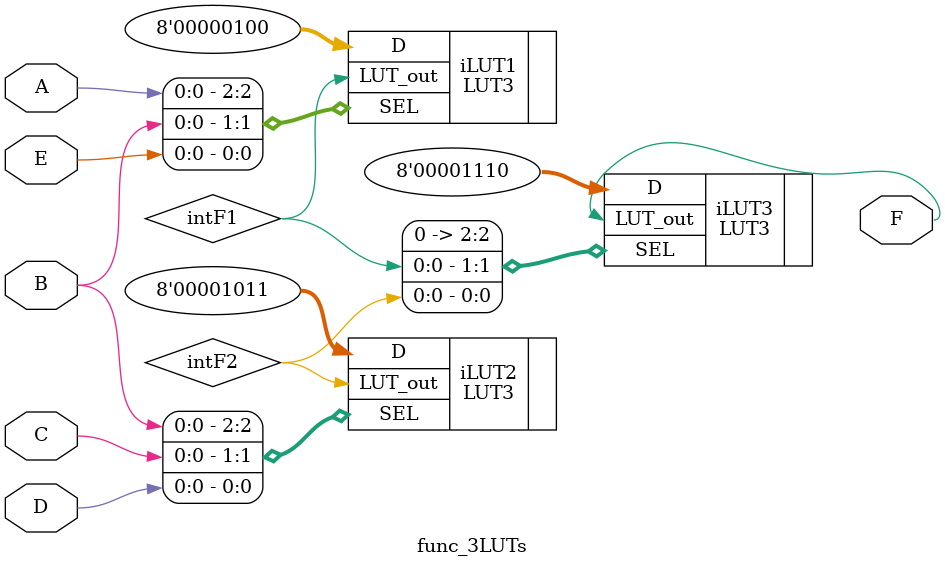
<source format=sv>
module func_3LUTs(
  input A,
  input B,
  input C,
  input D,
  input E,
  output F
);

  ///////////////////////////////////////////////////////////////////////////////////////////
  // Put your name below...if you worked with a partner ensure there name is also present //
  /////////////////////////////////////////////////////////////////////////////////////////
  ////// Arnav Mehta /////////

  ///////////////////////////////////////////////////////
  // You might need a couple of intermediat signals.  //
  // If you do declare them as type logic below here //
  ////////////////////////////////////////////////////
  logic intF1,intF2;


  ///////////////////////////////////////////////////////////////////
  // Below is an instantiation of a 3-LUT producing the function: //
  // F = ABC.  Rip this out and replace it with instantiations   //
  // of as many LUTs as required to produce the function you    //
  // were requested to produce.                                //
  //////////////////////////////////////////////////////////////
  // D[7:0] is connected to 10000000 so only D[7] is connected to a 1,
  // therefore the function produces a 1 only when the select is 111.
  // The select is connected to {A,B,C} so output is 1 only when ABC is true
  LUT3 iLUT1(.D(8'b00000100),.SEL({A,B,E}),.LUT_out(intF1));
  LUT3 iLUT2(.D(8'b00001011),.SEL({B,C,D}),.LUT_out(intF2));
  LUT3 iLUT3(.D(8'b00001110),.SEL({1'b0,intF1,intF2}),.LUT_out(F));
  
endmodule
  
  
  
  
</source>
